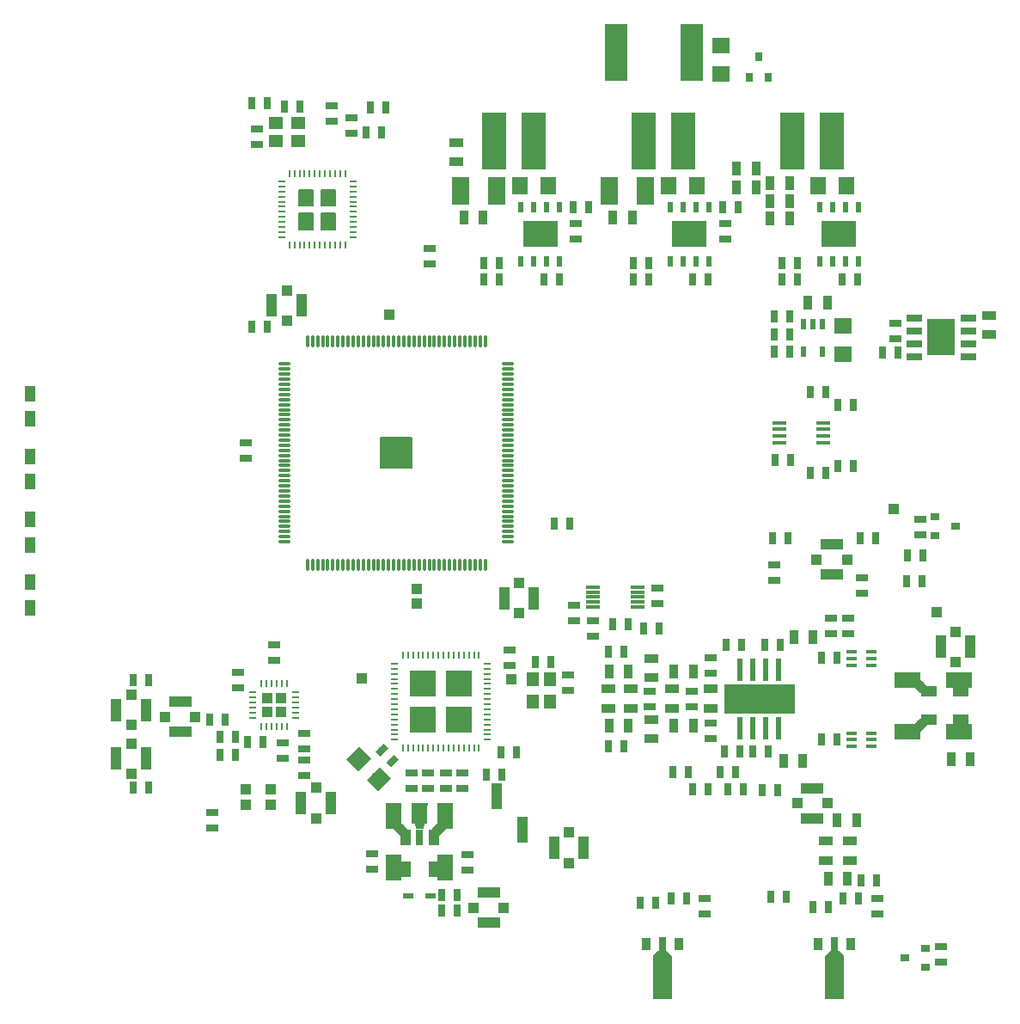
<source format=gbr>
G04 #@! TF.GenerationSoftware,KiCad,Pcbnew,5.0.2-bee76a0~70~ubuntu16.04.1*
G04 #@! TF.CreationDate,2019-08-15T12:52:48-07:00*
G04 #@! TF.ProjectId,hermeslite,6865726d-6573-46c6-9974-652e6b696361,2.0-build9*
G04 #@! TF.SameCoordinates,PX42c1d80PY2625a00*
G04 #@! TF.FileFunction,Paste,Top*
G04 #@! TF.FilePolarity,Positive*
%FSLAX46Y46*%
G04 Gerber Fmt 4.6, Leading zero omitted, Abs format (unit mm)*
G04 Created by KiCad (PCBNEW 5.0.2-bee76a0~70~ubuntu16.04.1) date Thu 15 Aug 2019 12:52:48 PM PDT*
%MOMM*%
%LPD*%
G01*
G04 APERTURE LIST*
%ADD10C,0.150000*%
%ADD11R,0.250000X0.800000*%
%ADD12R,0.800000X0.250000*%
%ADD13R,1.900000X4.280000*%
%ADD14C,0.525000*%
%ADD15C,0.100000*%
%ADD16R,0.700000X1.400000*%
%ADD17R,0.900000X1.250000*%
%ADD18O,0.280000X1.200000*%
%ADD19O,1.200000X0.280000*%
%ADD20R,1.143000X0.635000*%
%ADD21R,1.000000X1.000000*%
%ADD22R,2.500000X2.500000*%
%ADD23R,0.600000X2.200000*%
%ADD24R,7.000000X2.940000*%
%ADD25R,0.510000X1.100000*%
%ADD26R,3.500000X2.600000*%
%ADD27R,0.635000X1.143000*%
%ADD28R,1.350000X0.400000*%
%ADD29R,1.397000X0.889000*%
%ADD30R,2.400000X5.700000*%
%ADD31R,1.600000X1.800000*%
%ADD32R,0.889000X1.397000*%
%ADD33R,2.300000X5.600000*%
%ADD34R,1.000000X0.400000*%
%ADD35R,1.200000X1.400000*%
%ADD36C,0.635000*%
%ADD37R,1.778000X2.794000*%
%ADD38R,1.500000X0.650000*%
%ADD39R,2.700000X3.600000*%
%ADD40R,0.800000X0.900000*%
%ADD41R,0.900000X0.800000*%
%ADD42R,1.800000X1.600000*%
%ADD43R,1.400000X0.300000*%
%ADD44R,0.600000X1.050000*%
%ADD45C,1.600000*%
%ADD46R,1.650000X2.540000*%
%ADD47C,1.191446*%
%ADD48R,1.015000X1.650000*%
%ADD49R,0.760000X1.650000*%
%ADD50C,1.000000*%
%ADD51R,1.650000X2.000000*%
%ADD52R,2.540000X1.650000*%
%ADD53R,1.650000X1.015000*%
%ADD54R,1.400000X1.200000*%
%ADD55R,1.000760X0.599440*%
%ADD56R,1.100000X1.600000*%
%ADD57R,1.050000X2.200000*%
%ADD58R,2.200000X1.050000*%
%ADD59R,1.000000X2.510000*%
%ADD60R,1.080000X1.040000*%
G04 APERTURE END LIST*
D10*
G04 #@! TO.C,U4*
G36*
X29716525Y-21715000D02*
X29716525Y-23315000D01*
X31116525Y-23315000D01*
X31116525Y-21715000D01*
X29716525Y-21715000D01*
G37*
X29716525Y-21715000D02*
X29716525Y-23315000D01*
X31116525Y-23315000D01*
X31116525Y-21715000D01*
X29716525Y-21715000D01*
G36*
X27516525Y-23315000D02*
X27516525Y-21715000D01*
X28916525Y-21715000D01*
X28916525Y-23315000D01*
X27516525Y-23315000D01*
G37*
X27516525Y-23315000D02*
X27516525Y-21715000D01*
X28916525Y-21715000D01*
X28916525Y-23315000D01*
X27516525Y-23315000D01*
G36*
X31116525Y-19415000D02*
X31116525Y-20915000D01*
X29716525Y-20915000D01*
X29716525Y-19415000D01*
X31116525Y-19415000D01*
G37*
X31116525Y-19415000D02*
X31116525Y-20915000D01*
X29716525Y-20915000D01*
X29716525Y-19415000D01*
X31116525Y-19415000D01*
G36*
X27516525Y-19415000D02*
X27516525Y-20915000D01*
X28916525Y-20915000D01*
X28916525Y-19415000D01*
X27516525Y-19415000D01*
G37*
X27516525Y-19415000D02*
X27516525Y-20915000D01*
X28916525Y-20915000D01*
X28916525Y-19415000D01*
X27516525Y-19415000D01*
G04 #@! TO.C,U2*
G36*
X35600000Y-46800000D02*
X35600000Y-43800000D01*
X38600000Y-43800000D01*
X38600000Y-46800000D01*
X35600000Y-46800000D01*
G37*
X35600000Y-46800000D02*
X35600000Y-43800000D01*
X38600000Y-43800000D01*
X38600000Y-46800000D01*
X35600000Y-46800000D01*
G04 #@! TD*
D11*
G04 #@! TO.C,U4*
X26566525Y-17815000D03*
X27066525Y-17815000D03*
X27566525Y-17815000D03*
X28066525Y-17815000D03*
X28566525Y-17815000D03*
X29066525Y-17815000D03*
X29566525Y-17815000D03*
X30066525Y-17815000D03*
X30566525Y-17815000D03*
X31066525Y-17815000D03*
X31566525Y-17815000D03*
X32066525Y-17815000D03*
D12*
X32816525Y-18565000D03*
X32816525Y-19065000D03*
X32816525Y-19565000D03*
X32816525Y-20065000D03*
X32816525Y-20565000D03*
X32816525Y-21065000D03*
X32816525Y-21565000D03*
X32816525Y-22065000D03*
X32816525Y-22565000D03*
X32816525Y-23065000D03*
X32816525Y-23565000D03*
X32816525Y-24065000D03*
D11*
X32066525Y-24815000D03*
X31566525Y-24815000D03*
X31066525Y-24815000D03*
X30566525Y-24815000D03*
X30066525Y-24815000D03*
X29566525Y-24815000D03*
X29066525Y-24815000D03*
X28566525Y-24815000D03*
X28066525Y-24815000D03*
X27566525Y-24815000D03*
X27066525Y-24815000D03*
X26566525Y-24815000D03*
D12*
X25816525Y-24065000D03*
X25816525Y-23565000D03*
X25816525Y-23065000D03*
X25816525Y-22565000D03*
X25816525Y-22065000D03*
X25816525Y-21565000D03*
X25816525Y-21065000D03*
X25816525Y-20565000D03*
X25816525Y-20065000D03*
X25816525Y-19565000D03*
X25816525Y-19065000D03*
X25816525Y-18565000D03*
G04 #@! TD*
D13*
G04 #@! TO.C,Q3*
X80300000Y-97000000D03*
D14*
X80300000Y-94600000D03*
D15*
G36*
X79350000Y-94862500D02*
X79875000Y-94337500D01*
X80725000Y-94337500D01*
X81250000Y-94862500D01*
X79350000Y-94862500D01*
X79350000Y-94862500D01*
G37*
D16*
X80300000Y-93700000D03*
D17*
X81900000Y-93700000D03*
X78700000Y-93700000D03*
G04 #@! TD*
D13*
G04 #@! TO.C,Q4*
X63300000Y-97000000D03*
D14*
X63300000Y-94600000D03*
D15*
G36*
X62350000Y-94862500D02*
X62875000Y-94337500D01*
X63725000Y-94337500D01*
X64250000Y-94862500D01*
X62350000Y-94862500D01*
X62350000Y-94862500D01*
G37*
D16*
X63300000Y-93700000D03*
D17*
X64900000Y-93700000D03*
X61700000Y-93700000D03*
G04 #@! TD*
D18*
G04 #@! TO.C,U2*
X45850000Y-56300000D03*
X45350000Y-56300000D03*
X44850000Y-56300000D03*
X44350000Y-56300000D03*
X43850000Y-56300000D03*
X43350000Y-56300000D03*
X42850000Y-56300000D03*
X42350000Y-56300000D03*
X41850000Y-56300000D03*
X41350000Y-56300000D03*
X40850000Y-56300000D03*
X40350000Y-56300000D03*
X39850000Y-56300000D03*
X39350000Y-56300000D03*
X38850000Y-56300000D03*
X38350000Y-56300000D03*
X37850000Y-56300000D03*
X37350000Y-56300000D03*
X36850000Y-56300000D03*
X36350000Y-56300000D03*
X35850000Y-56300000D03*
X35350000Y-56300000D03*
X34850000Y-56300000D03*
X34350000Y-56300000D03*
X33850000Y-56300000D03*
X33350000Y-56300000D03*
X32850000Y-56300000D03*
X32350000Y-56300000D03*
X31850000Y-56300000D03*
X31350000Y-56300000D03*
X30850000Y-56300000D03*
X30350000Y-56300000D03*
X29850000Y-56300000D03*
X29350000Y-56300000D03*
X28850000Y-56300000D03*
X28350000Y-56300000D03*
D19*
X26100000Y-54050000D03*
X26100000Y-53550000D03*
X26100000Y-53050000D03*
X26100000Y-52550000D03*
X26100000Y-52050000D03*
X26100000Y-51550000D03*
X26100000Y-51050000D03*
X26100000Y-50550000D03*
X26100000Y-50050000D03*
X26100000Y-49550000D03*
X26100000Y-49050000D03*
X26100000Y-48550000D03*
X26100000Y-48050000D03*
X26100000Y-47550000D03*
X26100000Y-47050000D03*
X26100000Y-46550000D03*
X26100000Y-46050000D03*
X26100000Y-45550000D03*
X26100000Y-45050000D03*
X26100000Y-44550000D03*
X26100000Y-44050000D03*
X26100000Y-43550000D03*
X26100000Y-43050000D03*
X26100000Y-42550000D03*
X26100000Y-42050000D03*
X26100000Y-41550000D03*
X26100000Y-41050000D03*
X26100000Y-40550000D03*
X26100000Y-40050000D03*
X26100000Y-39550000D03*
X26100000Y-39050000D03*
X26100000Y-38550000D03*
X26100000Y-38050000D03*
X26100000Y-37550000D03*
X26100000Y-37050000D03*
X26100000Y-36550000D03*
D18*
X28350000Y-34300000D03*
X28850000Y-34300000D03*
X29350000Y-34300000D03*
X29850000Y-34300000D03*
X30350000Y-34300000D03*
X30850000Y-34300000D03*
X31350000Y-34300000D03*
X31850000Y-34300000D03*
X32350000Y-34300000D03*
X32850000Y-34300000D03*
X33350000Y-34300000D03*
X33850000Y-34300000D03*
X34350000Y-34300000D03*
X34850000Y-34300000D03*
X35350000Y-34300000D03*
X35850000Y-34300000D03*
X36350000Y-34300000D03*
X36850000Y-34300000D03*
X37350000Y-34300000D03*
X37850000Y-34300000D03*
X38350000Y-34300000D03*
X38850000Y-34300000D03*
X39350000Y-34300000D03*
X39850000Y-34300000D03*
X40350000Y-34300000D03*
X40850000Y-34300000D03*
X41350000Y-34300000D03*
X41850000Y-34300000D03*
X42350000Y-34300000D03*
X42850000Y-34300000D03*
X43350000Y-34300000D03*
X43850000Y-34300000D03*
X44350000Y-34300000D03*
X44850000Y-34300000D03*
X45350000Y-34300000D03*
X45850000Y-34300000D03*
D19*
X48100000Y-36550000D03*
X48100000Y-37050000D03*
X48100000Y-37550000D03*
X48100000Y-38050000D03*
X48100000Y-38550000D03*
X48100000Y-39050000D03*
X48100000Y-39550000D03*
X48100000Y-40050000D03*
X48100000Y-40550000D03*
X48100000Y-41050000D03*
X48100000Y-41550000D03*
X48100000Y-42050000D03*
X48100000Y-42550000D03*
X48100000Y-43050000D03*
X48100000Y-43550000D03*
X48100000Y-44050000D03*
X48100000Y-44550000D03*
X48100000Y-45050000D03*
X48100000Y-45550000D03*
X48100000Y-46050000D03*
X48100000Y-46550000D03*
X48100000Y-47050000D03*
X48100000Y-47550000D03*
X48100000Y-48050000D03*
X48100000Y-48550000D03*
X48100000Y-49050000D03*
X48100000Y-49550000D03*
X48100000Y-50050000D03*
X48100000Y-50550000D03*
X48100000Y-51050000D03*
X48100000Y-51550000D03*
X48100000Y-52050000D03*
X48100000Y-52550000D03*
X48100000Y-53050000D03*
X48100000Y-53550000D03*
X48100000Y-54050000D03*
G04 #@! TD*
D20*
G04 #@! TO.C,R45*
X25100000Y-64238000D03*
X25100000Y-65762000D03*
G04 #@! TD*
D21*
G04 #@! TO.C,U6*
X25755000Y-69420715D03*
X25755000Y-70820715D03*
X24355000Y-69420715D03*
D11*
X23805000Y-72220715D03*
X24305000Y-72220715D03*
X24805000Y-72220715D03*
X25305000Y-72220715D03*
X25805000Y-72220715D03*
X26305000Y-72220715D03*
D12*
X27155000Y-71370715D03*
X27155000Y-70870715D03*
X27155000Y-70370715D03*
X27155000Y-69870715D03*
X27155000Y-69370715D03*
X27155000Y-68870715D03*
D11*
X26305000Y-68020715D03*
X25805000Y-68020715D03*
X25305000Y-68020715D03*
X24805000Y-68020715D03*
X24305000Y-68020715D03*
X23805000Y-68020715D03*
D12*
X22955000Y-68870715D03*
X22955000Y-69370715D03*
X22955000Y-69870715D03*
X22955000Y-70370715D03*
X22955000Y-70870715D03*
X22955000Y-71370715D03*
D21*
X24355000Y-70820715D03*
G04 #@! TD*
D22*
G04 #@! TO.C,U7*
X43250000Y-71550000D03*
X39750000Y-71550000D03*
X39750000Y-68050000D03*
D11*
X45250000Y-65200000D03*
X44750000Y-65200000D03*
X44250000Y-65200000D03*
X43750000Y-65200000D03*
X43250000Y-65200000D03*
X42750000Y-65200000D03*
X42250000Y-65200000D03*
X41750000Y-65200000D03*
X41250000Y-65200000D03*
X40750000Y-65200000D03*
X40250000Y-65200000D03*
X39750000Y-65200000D03*
X39250000Y-65200000D03*
X38750000Y-65200000D03*
X38250000Y-65200000D03*
X37750000Y-65200000D03*
D12*
X36900000Y-66050000D03*
X36900000Y-66550000D03*
X36900000Y-67050000D03*
X36900000Y-67550000D03*
X36900000Y-68050000D03*
X36900000Y-68550000D03*
X36900000Y-69050000D03*
X36900000Y-69550000D03*
X36900000Y-70050000D03*
X36900000Y-70550000D03*
X36900000Y-71050000D03*
X36900000Y-71550000D03*
X36900000Y-72050000D03*
X36900000Y-72550000D03*
X36900000Y-73050000D03*
X36900000Y-73550000D03*
D11*
X37750000Y-74400000D03*
X38250000Y-74400000D03*
X38750000Y-74400000D03*
X39250000Y-74400000D03*
X39750000Y-74400000D03*
X40250000Y-74400000D03*
X40750000Y-74400000D03*
X41250000Y-74400000D03*
X41750000Y-74400000D03*
X42250000Y-74400000D03*
X42750000Y-74400000D03*
X43250000Y-74400000D03*
X43750000Y-74400000D03*
X44250000Y-74400000D03*
X44750000Y-74400000D03*
X45250000Y-74400000D03*
D12*
X46100000Y-73550000D03*
X46100000Y-73050000D03*
X46100000Y-72550000D03*
X46100000Y-72050000D03*
X46100000Y-71550000D03*
X46100000Y-71050000D03*
X46100000Y-70550000D03*
X46100000Y-70050000D03*
X46100000Y-69550000D03*
X46100000Y-69050000D03*
X46100000Y-68550000D03*
X46100000Y-68050000D03*
X46100000Y-67550000D03*
X46100000Y-67050000D03*
X46100000Y-66550000D03*
X46100000Y-66050000D03*
D22*
X43250000Y-68050000D03*
G04 #@! TD*
D23*
G04 #@! TO.C,U9*
X74800000Y-66700000D03*
X73530000Y-66700000D03*
X72260000Y-66700000D03*
X70990000Y-66700000D03*
X70990000Y-72450000D03*
X72260000Y-72450000D03*
X73530000Y-72450000D03*
X74800000Y-72450000D03*
D24*
X72895000Y-69575000D03*
G04 #@! TD*
D25*
G04 #@! TO.C,U16*
X49395000Y-21100000D03*
X49395000Y-26400000D03*
X50665000Y-21100000D03*
X50665000Y-26400000D03*
X51935000Y-21100000D03*
X51935000Y-26400000D03*
X53205000Y-21100000D03*
X53205000Y-26400000D03*
D26*
X51300000Y-23750000D03*
G04 #@! TD*
D25*
G04 #@! TO.C,U3*
X64095000Y-21100000D03*
X64095000Y-26400000D03*
X65365000Y-21100000D03*
X65365000Y-26400000D03*
X66635000Y-21100000D03*
X66635000Y-26400000D03*
X67905000Y-21100000D03*
X67905000Y-26400000D03*
D26*
X66000000Y-23750000D03*
G04 #@! TD*
D25*
G04 #@! TO.C,U8*
X78795000Y-21100000D03*
X78795000Y-26400000D03*
X80065000Y-21100000D03*
X80065000Y-26400000D03*
X81335000Y-21100000D03*
X81335000Y-26400000D03*
X82605000Y-21100000D03*
X82605000Y-26400000D03*
D26*
X80700000Y-23750000D03*
G04 #@! TD*
D20*
G04 #@! TO.C,C80*
X74300000Y-56338000D03*
X74300000Y-57862000D03*
G04 #@! TD*
G04 #@! TO.C,C79*
X83000000Y-57638000D03*
X83000000Y-59162000D03*
G04 #@! TD*
D27*
G04 #@! TO.C,C47*
X87338000Y-57900000D03*
X88862000Y-57900000D03*
G04 #@! TD*
G04 #@! TO.C,C83*
X79462000Y-47300000D03*
X77938000Y-47300000D03*
G04 #@! TD*
G04 #@! TO.C,C82*
X79462000Y-39300000D03*
X77938000Y-39300000D03*
G04 #@! TD*
D28*
G04 #@! TO.C,U13*
X74850000Y-44275000D03*
X79150000Y-44275000D03*
X74850000Y-43625000D03*
X79150000Y-43625000D03*
X74850000Y-42975000D03*
X79150000Y-42975000D03*
X74850000Y-42325000D03*
X79150000Y-42325000D03*
G04 #@! TD*
D27*
G04 #@! TO.C,B94*
X74438000Y-46000000D03*
X75962000Y-46000000D03*
G04 #@! TD*
D20*
G04 #@! TO.C,B108*
X62800000Y-58638000D03*
X62800000Y-60162000D03*
G04 #@! TD*
G04 #@! TO.C,FB14*
X79900000Y-63062000D03*
X79900000Y-61538000D03*
G04 #@! TD*
G04 #@! TO.C,B66*
X81600000Y-61538000D03*
X81600000Y-63062000D03*
G04 #@! TD*
G04 #@! TO.C,R125*
X88700000Y-53362000D03*
X88700000Y-51838000D03*
G04 #@! TD*
D27*
G04 #@! TO.C,R102*
X85038000Y-35400000D03*
X86562000Y-35400000D03*
G04 #@! TD*
D20*
G04 #@! TO.C,R91*
X86300000Y-32538000D03*
X86300000Y-34062000D03*
G04 #@! TD*
D29*
G04 #@! TO.C,C46*
X95500000Y-31747500D03*
X95500000Y-33652500D03*
G04 #@! TD*
D27*
G04 #@! TO.C,FB15*
X74338000Y-31900000D03*
X75862000Y-31900000D03*
G04 #@! TD*
G04 #@! TO.C,R46*
X81038000Y-28200000D03*
X82562000Y-28200000D03*
G04 #@! TD*
G04 #@! TO.C,R19*
X75138000Y-26600000D03*
X76662000Y-26600000D03*
G04 #@! TD*
D30*
G04 #@! TO.C,L3*
X80050000Y-14600000D03*
X76150000Y-14600000D03*
G04 #@! TD*
D31*
G04 #@! TO.C,C33*
X81450000Y-19000000D03*
X78650000Y-19000000D03*
G04 #@! TD*
D32*
G04 #@! TO.C,C32*
X72552500Y-19200000D03*
X70647500Y-19200000D03*
G04 #@! TD*
G04 #@! TO.C,C31*
X72552500Y-17300000D03*
X70647500Y-17300000D03*
G04 #@! TD*
G04 #@! TO.C,C30*
X73947500Y-22200000D03*
X75852500Y-22200000D03*
G04 #@! TD*
G04 #@! TO.C,C29*
X73947500Y-20500000D03*
X75852500Y-20500000D03*
G04 #@! TD*
G04 #@! TO.C,C28*
X73947500Y-18700000D03*
X75852500Y-18700000D03*
G04 #@! TD*
D27*
G04 #@! TO.C,C27*
X75138000Y-28200000D03*
X76662000Y-28200000D03*
G04 #@! TD*
D33*
G04 #@! TO.C,F1*
X58800000Y-5900000D03*
X66200000Y-5900000D03*
G04 #@! TD*
D32*
G04 #@! TO.C,C81*
X91747500Y-75500000D03*
X93652500Y-75500000D03*
G04 #@! TD*
D34*
G04 #@! TO.C,U11*
X83900000Y-74200000D03*
X83900000Y-73550000D03*
X83900000Y-72900000D03*
X81950000Y-72900000D03*
X81950000Y-73550000D03*
X81950000Y-74200000D03*
G04 #@! TD*
G04 #@! TO.C,U10*
X83900000Y-66200000D03*
X83900000Y-65550000D03*
X83900000Y-64900000D03*
X81950000Y-64900000D03*
X81950000Y-65550000D03*
X81950000Y-66200000D03*
G04 #@! TD*
D32*
G04 #@! TO.C,R62*
X77152500Y-75600000D03*
X75247500Y-75600000D03*
G04 #@! TD*
G04 #@! TO.C,R52*
X78152500Y-63400000D03*
X76247500Y-63400000D03*
G04 #@! TD*
D27*
G04 #@! TO.C,B77*
X80562000Y-73500000D03*
X79038000Y-73500000D03*
G04 #@! TD*
G04 #@! TO.C,B70*
X80562000Y-65500000D03*
X79038000Y-65500000D03*
G04 #@! TD*
G04 #@! TO.C,B100*
X64338000Y-76700000D03*
X65862000Y-76700000D03*
G04 #@! TD*
G04 #@! TO.C,B99*
X84412000Y-87400000D03*
X82888000Y-87400000D03*
G04 #@! TD*
G04 #@! TO.C,B97*
X78138000Y-90000000D03*
X79662000Y-90000000D03*
G04 #@! TD*
D29*
G04 #@! TO.C,R100*
X79400000Y-85452500D03*
X79400000Y-83547500D03*
G04 #@! TD*
D32*
G04 #@! TO.C,R98*
X79647500Y-87200000D03*
X81552500Y-87200000D03*
G04 #@! TD*
G04 #@! TO.C,R97*
X80547500Y-81500000D03*
X82452500Y-81500000D03*
G04 #@! TD*
D29*
G04 #@! TO.C,R94*
X81800000Y-85452500D03*
X81800000Y-83547500D03*
G04 #@! TD*
D27*
G04 #@! TO.C,B106*
X74038000Y-89000000D03*
X75562000Y-89000000D03*
G04 #@! TD*
G04 #@! TO.C,B105*
X61138000Y-89600000D03*
X62662000Y-89600000D03*
G04 #@! TD*
G04 #@! TO.C,B103*
X71262000Y-78400000D03*
X69738000Y-78400000D03*
G04 #@! TD*
G04 #@! TO.C,B102*
X66338000Y-78400000D03*
X67862000Y-78400000D03*
G04 #@! TD*
G04 #@! TO.C,B101*
X70562000Y-76700000D03*
X69038000Y-76700000D03*
G04 #@! TD*
G04 #@! TO.C,R63*
X70962000Y-74700000D03*
X69438000Y-74700000D03*
G04 #@! TD*
G04 #@! TO.C,R59*
X73762000Y-74700000D03*
X72238000Y-74700000D03*
G04 #@! TD*
G04 #@! TO.C,R56*
X74962000Y-64200000D03*
X73438000Y-64200000D03*
G04 #@! TD*
G04 #@! TO.C,R51*
X71162000Y-64200000D03*
X69638000Y-64200000D03*
G04 #@! TD*
G04 #@! TO.C,R64*
X59562000Y-74200000D03*
X58038000Y-74200000D03*
G04 #@! TD*
D20*
G04 #@! TO.C,R58*
X66200000Y-70262000D03*
X66200000Y-68738000D03*
G04 #@! TD*
G04 #@! TO.C,R57*
X62100000Y-70262000D03*
X62100000Y-68738000D03*
G04 #@! TD*
D27*
G04 #@! TO.C,R50*
X58038000Y-64900000D03*
X59562000Y-64900000D03*
G04 #@! TD*
D32*
G04 #@! TO.C,L9*
X66352500Y-72200000D03*
X64447500Y-72200000D03*
G04 #@! TD*
D29*
G04 #@! TO.C,L8*
X62200000Y-73452500D03*
X62200000Y-71547500D03*
G04 #@! TD*
D32*
G04 #@! TO.C,L7*
X59952500Y-72200000D03*
X58047500Y-72200000D03*
G04 #@! TD*
G04 #@! TO.C,L6*
X64447500Y-66800000D03*
X66352500Y-66800000D03*
G04 #@! TD*
D29*
G04 #@! TO.C,L5*
X62200000Y-67452500D03*
X62200000Y-65547500D03*
G04 #@! TD*
D32*
G04 #@! TO.C,L4*
X58047500Y-66800000D03*
X59952500Y-66800000D03*
G04 #@! TD*
D29*
G04 #@! TO.C,C52*
X68100000Y-68547500D03*
X68100000Y-70452500D03*
G04 #@! TD*
G04 #@! TO.C,C51*
X64300000Y-68547500D03*
X64300000Y-70452500D03*
G04 #@! TD*
G04 #@! TO.C,C50*
X60200000Y-68547500D03*
X60200000Y-70452500D03*
G04 #@! TD*
G04 #@! TO.C,C49*
X58000000Y-68547500D03*
X58000000Y-70452500D03*
G04 #@! TD*
D20*
G04 #@! TO.C,B78*
X68100000Y-73462000D03*
X68100000Y-71938000D03*
G04 #@! TD*
G04 #@! TO.C,B68*
X68100000Y-65438000D03*
X68100000Y-66962000D03*
G04 #@! TD*
D31*
G04 #@! TO.C,C23*
X52050000Y-19000000D03*
X49250000Y-19000000D03*
G04 #@! TD*
G04 #@! TO.C,C17*
X66750000Y-19000000D03*
X63950000Y-19000000D03*
G04 #@! TD*
D20*
G04 #@! TO.C,R17*
X22300000Y-44338000D03*
X22300000Y-45862000D03*
G04 #@! TD*
D27*
G04 #@! TO.C,J16*
X43062000Y-90400000D03*
X41538000Y-90400000D03*
G04 #@! TD*
D20*
G04 #@! TO.C,J12*
X44100000Y-86362000D03*
X44100000Y-84838000D03*
G04 #@! TD*
G04 #@! TO.C,B84*
X38600000Y-78362000D03*
X38600000Y-76838000D03*
G04 #@! TD*
G04 #@! TO.C,B83*
X40200000Y-78362000D03*
X40200000Y-76838000D03*
G04 #@! TD*
D35*
G04 #@! TO.C,X3*
X52250000Y-69800000D03*
X52250000Y-67600000D03*
X50550000Y-67600000D03*
X50550000Y-69800000D03*
G04 #@! TD*
D20*
G04 #@! TO.C,C59*
X54000000Y-68662000D03*
X54000000Y-67138000D03*
G04 #@! TD*
D27*
G04 #@! TO.C,C58*
X50838000Y-65900000D03*
X52362000Y-65900000D03*
G04 #@! TD*
G04 #@! TO.C,J8*
X47462000Y-77000000D03*
X45938000Y-77000000D03*
G04 #@! TD*
G04 #@! TO.C,J7*
X48962000Y-74800000D03*
X47438000Y-74800000D03*
G04 #@! TD*
D21*
G04 #@! TO.C,TP6*
X48400000Y-67600000D03*
G04 #@! TD*
G04 #@! TO.C,TP5*
X33700000Y-67500000D03*
G04 #@! TD*
D20*
G04 #@! TO.C,R69*
X42000000Y-78362000D03*
X42000000Y-76838000D03*
G04 #@! TD*
G04 #@! TO.C,J10*
X48300000Y-64738000D03*
X48300000Y-66262000D03*
G04 #@! TD*
G04 #@! TO.C,B85*
X43600000Y-76838000D03*
X43600000Y-78362000D03*
G04 #@! TD*
D36*
G04 #@! TO.C,B73*
X36738815Y-75638815D03*
D15*
G36*
X37367433Y-75459210D02*
X36559210Y-76267433D01*
X36110197Y-75818420D01*
X36918420Y-75010197D01*
X37367433Y-75459210D01*
X37367433Y-75459210D01*
G37*
D36*
X35661185Y-74561185D03*
D15*
G36*
X36289803Y-74381580D02*
X35481580Y-75189803D01*
X35032567Y-74740790D01*
X35840790Y-73932567D01*
X36289803Y-74381580D01*
X36289803Y-74381580D01*
G37*
G04 #@! TD*
D27*
G04 #@! TO.C,J11*
X54538000Y-21100000D03*
X56062000Y-21100000D03*
G04 #@! TD*
G04 #@! TO.C,R15*
X51638000Y-28200000D03*
X53162000Y-28200000D03*
G04 #@! TD*
G04 #@! TO.C,R14*
X45738000Y-26600000D03*
X47262000Y-26600000D03*
G04 #@! TD*
D30*
G04 #@! TO.C,L2*
X50650000Y-14600000D03*
X46750000Y-14600000D03*
G04 #@! TD*
D20*
G04 #@! TO.C,R16*
X54800000Y-24262000D03*
X54800000Y-22738000D03*
G04 #@! TD*
D37*
G04 #@! TO.C,C22*
X43422000Y-19500000D03*
X46978000Y-19500000D03*
G04 #@! TD*
D32*
G04 #@! TO.C,C21*
X43747500Y-22100000D03*
X45652500Y-22100000D03*
G04 #@! TD*
D29*
G04 #@! TO.C,C20*
X43000000Y-16652500D03*
X43000000Y-14747500D03*
G04 #@! TD*
D27*
G04 #@! TO.C,C19*
X45738000Y-28200000D03*
X47262000Y-28200000D03*
G04 #@! TD*
D30*
G04 #@! TO.C,L1*
X65350000Y-14600000D03*
X61450000Y-14600000D03*
G04 #@! TD*
D27*
G04 #@! TO.C,J2*
X69238000Y-21100000D03*
X70762000Y-21100000D03*
G04 #@! TD*
G04 #@! TO.C,R12*
X66338000Y-28200000D03*
X67862000Y-28200000D03*
G04 #@! TD*
G04 #@! TO.C,R11*
X60438000Y-26600000D03*
X61962000Y-26600000D03*
G04 #@! TD*
D20*
G04 #@! TO.C,R13*
X69500000Y-24262000D03*
X69500000Y-22738000D03*
G04 #@! TD*
D37*
G04 #@! TO.C,C16*
X58122000Y-19500000D03*
X61678000Y-19500000D03*
G04 #@! TD*
D32*
G04 #@! TO.C,C14*
X58447500Y-22100000D03*
X60352500Y-22100000D03*
G04 #@! TD*
D27*
G04 #@! TO.C,C13*
X60438000Y-28200000D03*
X61962000Y-28200000D03*
G04 #@! TD*
D20*
G04 #@! TO.C,R42*
X21500000Y-66938000D03*
X21500000Y-68462000D03*
G04 #@! TD*
D27*
G04 #@! TO.C,R41*
X18738000Y-71600000D03*
X20262000Y-71600000D03*
G04 #@! TD*
G04 #@! TO.C,R40*
X22438000Y-73800000D03*
X23962000Y-73800000D03*
G04 #@! TD*
G04 #@! TO.C,R39*
X21262000Y-73300000D03*
X19738000Y-73300000D03*
G04 #@! TD*
D20*
G04 #@! TO.C,R38*
X19000000Y-80738000D03*
X19000000Y-82262000D03*
G04 #@! TD*
D27*
G04 #@! TO.C,J4*
X19738000Y-75000000D03*
X21262000Y-75000000D03*
G04 #@! TD*
D20*
G04 #@! TO.C,C42*
X28000000Y-75538000D03*
X28000000Y-77062000D03*
G04 #@! TD*
G04 #@! TO.C,B57*
X25900000Y-75362000D03*
X25900000Y-73838000D03*
G04 #@! TD*
G04 #@! TO.C,B63*
X28000000Y-72938000D03*
X28000000Y-74462000D03*
G04 #@! TD*
D27*
G04 #@! TO.C,B1*
X52638000Y-52300000D03*
X54162000Y-52300000D03*
G04 #@! TD*
G04 #@! TO.C,FB11*
X35662000Y-13700000D03*
X34138000Y-13700000D03*
G04 #@! TD*
G04 #@! TO.C,FB9*
X36062000Y-11300000D03*
X34538000Y-11300000D03*
G04 #@! TD*
D20*
G04 #@! TO.C,C40*
X32700000Y-13862000D03*
X32700000Y-12338000D03*
G04 #@! TD*
G04 #@! TO.C,C38*
X30700000Y-11138000D03*
X30700000Y-12662000D03*
G04 #@! TD*
D27*
G04 #@! TO.C,C37*
X27562000Y-11200000D03*
X26038000Y-11200000D03*
G04 #@! TD*
D20*
G04 #@! TO.C,C36*
X23400000Y-14962000D03*
X23400000Y-13438000D03*
G04 #@! TD*
D38*
G04 #@! TO.C,U12*
X88100000Y-31995000D03*
X88100000Y-33265000D03*
X88100000Y-34535000D03*
X88100000Y-35805000D03*
X93500000Y-35805000D03*
X93500000Y-34535000D03*
X93500000Y-33265000D03*
X93500000Y-31995000D03*
D39*
X90800000Y-33900000D03*
G04 #@! TD*
D21*
G04 #@! TO.C,TP2*
X36400000Y-31700000D03*
G04 #@! TD*
D40*
G04 #@! TO.C,Q1*
X71850000Y-8300000D03*
X72800000Y-6300000D03*
X73750000Y-8300000D03*
G04 #@! TD*
D41*
G04 #@! TO.C,Q5*
X90200000Y-51550000D03*
X92200000Y-52500000D03*
X90200000Y-53450000D03*
G04 #@! TD*
D20*
G04 #@! TO.C,B118*
X90800000Y-95462000D03*
X90800000Y-93938000D03*
G04 #@! TD*
D41*
G04 #@! TO.C,Q6*
X89200000Y-95950000D03*
X87200000Y-95000000D03*
X89200000Y-94050000D03*
G04 #@! TD*
D42*
G04 #@! TO.C,C86*
X69100000Y-5200000D03*
X69100000Y-8000000D03*
G04 #@! TD*
D27*
G04 #@! TO.C,R124*
X74338000Y-33600000D03*
X75862000Y-33600000D03*
G04 #@! TD*
D21*
G04 #@! TO.C,TP7*
X39100000Y-58700000D03*
G04 #@! TD*
G04 #@! TO.C,TP8*
X39100000Y-60100000D03*
G04 #@! TD*
D43*
G04 #@! TO.C,U15*
X60900000Y-58500000D03*
X56500000Y-58500000D03*
X60900000Y-59000000D03*
X56500000Y-59000000D03*
X60900000Y-59500000D03*
X56500000Y-59500000D03*
X60900000Y-60000000D03*
X56500000Y-60000000D03*
X60900000Y-60500000D03*
X56500000Y-60500000D03*
G04 #@! TD*
D20*
G04 #@! TO.C,R128*
X54600000Y-60338000D03*
X54600000Y-61862000D03*
G04 #@! TD*
D27*
G04 #@! TO.C,R129*
X62962000Y-62600000D03*
X61438000Y-62600000D03*
G04 #@! TD*
G04 #@! TO.C,B109*
X75862000Y-35300000D03*
X74338000Y-35300000D03*
G04 #@! TD*
D32*
G04 #@! TO.C,C89*
X79552500Y-30500000D03*
X77647500Y-30500000D03*
G04 #@! TD*
D44*
G04 #@! TO.C,U19*
X79100000Y-32600000D03*
X78150000Y-32600000D03*
X77200000Y-32600000D03*
X77200000Y-35300000D03*
X79100000Y-35300000D03*
G04 #@! TD*
D21*
G04 #@! TO.C,TP1*
X90300000Y-61000000D03*
G04 #@! TD*
G04 #@! TO.C,TP4*
X86100000Y-50800000D03*
G04 #@! TD*
D27*
G04 #@! TO.C,R134*
X22838000Y-10900000D03*
X24362000Y-10900000D03*
G04 #@! TD*
D45*
G04 #@! TO.C,C48*
X35389949Y-77389949D03*
D15*
G36*
X36592031Y-77319238D02*
X35319238Y-78592031D01*
X34187867Y-77460660D01*
X35460660Y-76187867D01*
X36592031Y-77319238D01*
X36592031Y-77319238D01*
G37*
D45*
X33410051Y-75410051D03*
D15*
G36*
X34612133Y-75339340D02*
X33339340Y-76612133D01*
X32207969Y-75480762D01*
X33480762Y-74207969D01*
X34612133Y-75339340D01*
X34612133Y-75339340D01*
G37*
G04 #@! TD*
D20*
G04 #@! TO.C,L33*
X84500000Y-89138000D03*
X84500000Y-90662000D03*
G04 #@! TD*
G04 #@! TO.C,L34*
X67500000Y-89138000D03*
X67500000Y-90662000D03*
G04 #@! TD*
D27*
G04 #@! TO.C,R92*
X81138000Y-89200000D03*
X82662000Y-89200000D03*
G04 #@! TD*
G04 #@! TO.C,R99*
X64138000Y-89200000D03*
X65662000Y-89200000D03*
G04 #@! TD*
G04 #@! TO.C,R66*
X59962000Y-62200000D03*
X58438000Y-62200000D03*
G04 #@! TD*
D20*
G04 #@! TO.C,R47*
X56500000Y-61838000D03*
X56500000Y-63362000D03*
G04 #@! TD*
D46*
G04 #@! TO.C,T2*
X36860000Y-86140000D03*
X41940000Y-86140000D03*
X36860000Y-81060000D03*
D47*
X39400000Y-81060000D03*
D15*
G36*
X39020000Y-82330000D02*
X38570000Y-79790000D01*
X40230000Y-79790000D01*
X39780000Y-82330000D01*
X39020000Y-82330000D01*
X39020000Y-82330000D01*
G37*
D46*
X41940000Y-81060000D03*
D48*
X38002500Y-86330000D03*
X40797500Y-86330000D03*
X38002500Y-83150000D03*
D49*
X39400000Y-83150000D03*
D48*
X40797500Y-83150000D03*
D50*
X37495000Y-82330000D03*
D15*
G36*
X37495000Y-83037107D02*
X36787893Y-82330000D01*
X37495000Y-81622893D01*
X38202107Y-82330000D01*
X37495000Y-83037107D01*
X37495000Y-83037107D01*
G37*
D50*
X41305000Y-82330000D03*
D15*
G36*
X41305000Y-83037107D02*
X40597893Y-82330000D01*
X41305000Y-81622893D01*
X42012107Y-82330000D01*
X41305000Y-83037107D01*
X41305000Y-83037107D01*
G37*
D51*
X39400000Y-80790000D03*
G04 #@! TD*
D52*
G04 #@! TO.C,T1*
X92540000Y-72740000D03*
X92540000Y-67660000D03*
X87460000Y-72740000D03*
X87460000Y-67660000D03*
D53*
X92730000Y-71597500D03*
X92730000Y-68802500D03*
X89550000Y-71597500D03*
X89550000Y-68802500D03*
D50*
X88730000Y-72105000D03*
D15*
G36*
X89437107Y-72105000D02*
X88730000Y-72812107D01*
X88022893Y-72105000D01*
X88730000Y-71397893D01*
X89437107Y-72105000D01*
X89437107Y-72105000D01*
G37*
D50*
X88730000Y-68295000D03*
D15*
G36*
X89437107Y-68295000D02*
X88730000Y-69002107D01*
X88022893Y-68295000D01*
X88730000Y-67587893D01*
X89437107Y-68295000D01*
X89437107Y-68295000D01*
G37*
G04 #@! TD*
D54*
G04 #@! TO.C,X1*
X27400000Y-12850000D03*
X25200000Y-12850000D03*
X25200000Y-14550000D03*
X27400000Y-14550000D03*
G04 #@! TD*
D55*
G04 #@! TO.C,D1*
X40499820Y-88900000D03*
X38300180Y-88900000D03*
G04 #@! TD*
D42*
G04 #@! TO.C,C88*
X81100000Y-35600000D03*
X81100000Y-32800000D03*
G04 #@! TD*
D56*
G04 #@! TO.C,D2*
X1000000Y-39450000D03*
X1000000Y-41950000D03*
G04 #@! TD*
G04 #@! TO.C,D3*
X1000000Y-45650000D03*
X1000000Y-48150000D03*
G04 #@! TD*
G04 #@! TO.C,D4*
X1000000Y-51850000D03*
X1000000Y-54350000D03*
G04 #@! TD*
G04 #@! TO.C,D5*
X1000000Y-58050000D03*
X1000000Y-60550000D03*
G04 #@! TD*
D21*
G04 #@! TO.C,CL3*
X29200000Y-78300000D03*
D57*
X27725000Y-79800000D03*
X30675000Y-79800000D03*
D21*
X29200000Y-81300000D03*
G04 #@! TD*
G04 #@! TO.C,CL5*
X11000000Y-76900000D03*
D57*
X12475000Y-75400000D03*
X9525000Y-75400000D03*
D21*
X11000000Y-73900000D03*
G04 #@! TD*
G04 #@! TO.C,CL6*
X17300000Y-71300000D03*
D58*
X15800000Y-69825000D03*
X15800000Y-72775000D03*
D21*
X14300000Y-71300000D03*
G04 #@! TD*
G04 #@! TO.C,CL7*
X11000000Y-69100000D03*
D57*
X9525000Y-70600000D03*
X12475000Y-70600000D03*
D21*
X11000000Y-72100000D03*
G04 #@! TD*
G04 #@! TO.C,CL8*
X26300000Y-32300000D03*
D57*
X27775000Y-30800000D03*
X24825000Y-30800000D03*
D21*
X26300000Y-29300000D03*
G04 #@! TD*
D27*
G04 #@! TO.C,J5*
X11138000Y-78300000D03*
X12662000Y-78300000D03*
G04 #@! TD*
G04 #@! TO.C,J13*
X12662000Y-67700000D03*
X11138000Y-67700000D03*
G04 #@! TD*
D21*
G04 #@! TO.C,CL10*
X78500000Y-55800000D03*
D58*
X80000000Y-57275000D03*
X80000000Y-54325000D03*
D21*
X81500000Y-55800000D03*
G04 #@! TD*
G04 #@! TO.C,CL4*
X49200000Y-61100000D03*
D57*
X50675000Y-59600000D03*
X47725000Y-59600000D03*
D21*
X49200000Y-58100000D03*
G04 #@! TD*
G04 #@! TO.C,RF4*
X44700000Y-90100000D03*
D58*
X46200000Y-91575000D03*
X46200000Y-88625000D03*
D21*
X47700000Y-90100000D03*
G04 #@! TD*
G04 #@! TO.C,RF5*
X54100000Y-85700000D03*
D57*
X55575000Y-84200000D03*
X52625000Y-84200000D03*
D21*
X54100000Y-82700000D03*
G04 #@! TD*
G04 #@! TO.C,RF6*
X92200000Y-65900000D03*
D57*
X93675000Y-64400000D03*
X90725000Y-64400000D03*
D21*
X92200000Y-62900000D03*
G04 #@! TD*
D27*
G04 #@! TO.C,B55*
X73138000Y-78500000D03*
X74662000Y-78500000D03*
G04 #@! TD*
D21*
G04 #@! TO.C,RF7*
X76600000Y-79800000D03*
D58*
X78100000Y-81275000D03*
X78100000Y-78325000D03*
D21*
X79600000Y-79800000D03*
G04 #@! TD*
D20*
G04 #@! TO.C,J17*
X34700000Y-84738000D03*
X34700000Y-86262000D03*
G04 #@! TD*
G04 #@! TO.C,J18*
X40400000Y-25138000D03*
X40400000Y-26662000D03*
G04 #@! TD*
D27*
G04 #@! TO.C,J19*
X41538000Y-88800000D03*
X43062000Y-88800000D03*
G04 #@! TD*
G04 #@! TO.C,J23*
X80638000Y-40600000D03*
X82162000Y-40600000D03*
G04 #@! TD*
G04 #@! TO.C,J25*
X24362000Y-32900000D03*
X22838000Y-32900000D03*
G04 #@! TD*
G04 #@! TO.C,J27*
X80638000Y-46600000D03*
X82162000Y-46600000D03*
G04 #@! TD*
G04 #@! TO.C,J28*
X88962000Y-55400000D03*
X87438000Y-55400000D03*
G04 #@! TD*
G04 #@! TO.C,J29*
X84362000Y-53700000D03*
X82838000Y-53700000D03*
G04 #@! TD*
G04 #@! TO.C,J30*
X75662000Y-53700000D03*
X74138000Y-53700000D03*
G04 #@! TD*
D59*
G04 #@! TO.C,DB6*
X47000000Y-79100000D03*
X49540000Y-82410000D03*
G04 #@! TD*
D60*
G04 #@! TO.C,X2*
X24760000Y-79990000D03*
X24760000Y-78410000D03*
X22240000Y-78410000D03*
X22240000Y-79990000D03*
G04 #@! TD*
M02*

</source>
